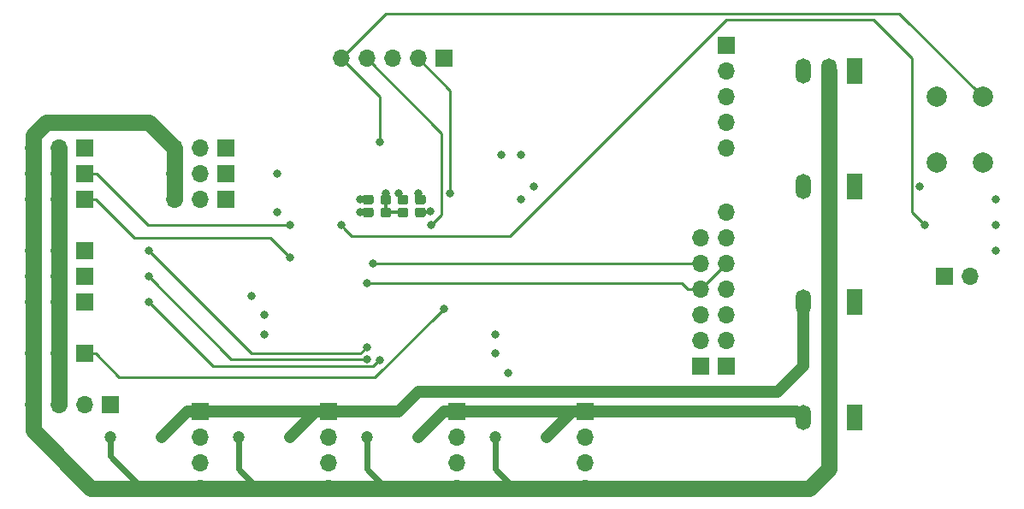
<source format=gbr>
G04 #@! TF.GenerationSoftware,KiCad,Pcbnew,(5.1.4)-1*
G04 #@! TF.CreationDate,2020-02-24T20:22:09+01:00*
G04 #@! TF.ProjectId,stm32_board,73746d33-325f-4626-9f61-72642e6b6963,rev?*
G04 #@! TF.SameCoordinates,Original*
G04 #@! TF.FileFunction,Copper,L4,Bot*
G04 #@! TF.FilePolarity,Positive*
%FSLAX46Y46*%
G04 Gerber Fmt 4.6, Leading zero omitted, Abs format (unit mm)*
G04 Created by KiCad (PCBNEW (5.1.4)-1) date 2020-02-24 20:22:09*
%MOMM*%
%LPD*%
G04 APERTURE LIST*
%ADD10C,0.100000*%
%ADD11C,0.950000*%
%ADD12O,1.700000X1.700000*%
%ADD13R,1.700000X1.700000*%
%ADD14C,2.000000*%
%ADD15O,1.500000X2.500000*%
%ADD16R,1.500000X2.500000*%
%ADD17C,1.200000*%
%ADD18C,0.800000*%
%ADD19C,1.600000*%
%ADD20C,0.600000*%
%ADD21C,0.300000*%
%ADD22C,0.250000*%
%ADD23C,1.200000*%
G04 APERTURE END LIST*
D10*
G36*
X91990779Y-118906144D02*
G01*
X92013834Y-118909563D01*
X92036443Y-118915227D01*
X92058387Y-118923079D01*
X92079457Y-118933044D01*
X92099448Y-118945026D01*
X92118168Y-118958910D01*
X92135438Y-118974562D01*
X92151090Y-118991832D01*
X92164974Y-119010552D01*
X92176956Y-119030543D01*
X92186921Y-119051613D01*
X92194773Y-119073557D01*
X92200437Y-119096166D01*
X92203856Y-119119221D01*
X92205000Y-119142500D01*
X92205000Y-119617500D01*
X92203856Y-119640779D01*
X92200437Y-119663834D01*
X92194773Y-119686443D01*
X92186921Y-119708387D01*
X92176956Y-119729457D01*
X92164974Y-119749448D01*
X92151090Y-119768168D01*
X92135438Y-119785438D01*
X92118168Y-119801090D01*
X92099448Y-119814974D01*
X92079457Y-119826956D01*
X92058387Y-119836921D01*
X92036443Y-119844773D01*
X92013834Y-119850437D01*
X91990779Y-119853856D01*
X91967500Y-119855000D01*
X91392500Y-119855000D01*
X91369221Y-119853856D01*
X91346166Y-119850437D01*
X91323557Y-119844773D01*
X91301613Y-119836921D01*
X91280543Y-119826956D01*
X91260552Y-119814974D01*
X91241832Y-119801090D01*
X91224562Y-119785438D01*
X91208910Y-119768168D01*
X91195026Y-119749448D01*
X91183044Y-119729457D01*
X91173079Y-119708387D01*
X91165227Y-119686443D01*
X91159563Y-119663834D01*
X91156144Y-119640779D01*
X91155000Y-119617500D01*
X91155000Y-119142500D01*
X91156144Y-119119221D01*
X91159563Y-119096166D01*
X91165227Y-119073557D01*
X91173079Y-119051613D01*
X91183044Y-119030543D01*
X91195026Y-119010552D01*
X91208910Y-118991832D01*
X91224562Y-118974562D01*
X91241832Y-118958910D01*
X91260552Y-118945026D01*
X91280543Y-118933044D01*
X91301613Y-118923079D01*
X91323557Y-118915227D01*
X91346166Y-118909563D01*
X91369221Y-118906144D01*
X91392500Y-118905000D01*
X91967500Y-118905000D01*
X91990779Y-118906144D01*
X91990779Y-118906144D01*
G37*
D11*
X91680000Y-119380000D03*
D10*
G36*
X90240779Y-118906144D02*
G01*
X90263834Y-118909563D01*
X90286443Y-118915227D01*
X90308387Y-118923079D01*
X90329457Y-118933044D01*
X90349448Y-118945026D01*
X90368168Y-118958910D01*
X90385438Y-118974562D01*
X90401090Y-118991832D01*
X90414974Y-119010552D01*
X90426956Y-119030543D01*
X90436921Y-119051613D01*
X90444773Y-119073557D01*
X90450437Y-119096166D01*
X90453856Y-119119221D01*
X90455000Y-119142500D01*
X90455000Y-119617500D01*
X90453856Y-119640779D01*
X90450437Y-119663834D01*
X90444773Y-119686443D01*
X90436921Y-119708387D01*
X90426956Y-119729457D01*
X90414974Y-119749448D01*
X90401090Y-119768168D01*
X90385438Y-119785438D01*
X90368168Y-119801090D01*
X90349448Y-119814974D01*
X90329457Y-119826956D01*
X90308387Y-119836921D01*
X90286443Y-119844773D01*
X90263834Y-119850437D01*
X90240779Y-119853856D01*
X90217500Y-119855000D01*
X89642500Y-119855000D01*
X89619221Y-119853856D01*
X89596166Y-119850437D01*
X89573557Y-119844773D01*
X89551613Y-119836921D01*
X89530543Y-119826956D01*
X89510552Y-119814974D01*
X89491832Y-119801090D01*
X89474562Y-119785438D01*
X89458910Y-119768168D01*
X89445026Y-119749448D01*
X89433044Y-119729457D01*
X89423079Y-119708387D01*
X89415227Y-119686443D01*
X89409563Y-119663834D01*
X89406144Y-119640779D01*
X89405000Y-119617500D01*
X89405000Y-119142500D01*
X89406144Y-119119221D01*
X89409563Y-119096166D01*
X89415227Y-119073557D01*
X89423079Y-119051613D01*
X89433044Y-119030543D01*
X89445026Y-119010552D01*
X89458910Y-118991832D01*
X89474562Y-118974562D01*
X89491832Y-118958910D01*
X89510552Y-118945026D01*
X89530543Y-118933044D01*
X89551613Y-118923079D01*
X89573557Y-118915227D01*
X89596166Y-118909563D01*
X89619221Y-118906144D01*
X89642500Y-118905000D01*
X90217500Y-118905000D01*
X90240779Y-118906144D01*
X90240779Y-118906144D01*
G37*
D11*
X89930000Y-119380000D03*
D10*
G36*
X91990779Y-120176144D02*
G01*
X92013834Y-120179563D01*
X92036443Y-120185227D01*
X92058387Y-120193079D01*
X92079457Y-120203044D01*
X92099448Y-120215026D01*
X92118168Y-120228910D01*
X92135438Y-120244562D01*
X92151090Y-120261832D01*
X92164974Y-120280552D01*
X92176956Y-120300543D01*
X92186921Y-120321613D01*
X92194773Y-120343557D01*
X92200437Y-120366166D01*
X92203856Y-120389221D01*
X92205000Y-120412500D01*
X92205000Y-120887500D01*
X92203856Y-120910779D01*
X92200437Y-120933834D01*
X92194773Y-120956443D01*
X92186921Y-120978387D01*
X92176956Y-120999457D01*
X92164974Y-121019448D01*
X92151090Y-121038168D01*
X92135438Y-121055438D01*
X92118168Y-121071090D01*
X92099448Y-121084974D01*
X92079457Y-121096956D01*
X92058387Y-121106921D01*
X92036443Y-121114773D01*
X92013834Y-121120437D01*
X91990779Y-121123856D01*
X91967500Y-121125000D01*
X91392500Y-121125000D01*
X91369221Y-121123856D01*
X91346166Y-121120437D01*
X91323557Y-121114773D01*
X91301613Y-121106921D01*
X91280543Y-121096956D01*
X91260552Y-121084974D01*
X91241832Y-121071090D01*
X91224562Y-121055438D01*
X91208910Y-121038168D01*
X91195026Y-121019448D01*
X91183044Y-120999457D01*
X91173079Y-120978387D01*
X91165227Y-120956443D01*
X91159563Y-120933834D01*
X91156144Y-120910779D01*
X91155000Y-120887500D01*
X91155000Y-120412500D01*
X91156144Y-120389221D01*
X91159563Y-120366166D01*
X91165227Y-120343557D01*
X91173079Y-120321613D01*
X91183044Y-120300543D01*
X91195026Y-120280552D01*
X91208910Y-120261832D01*
X91224562Y-120244562D01*
X91241832Y-120228910D01*
X91260552Y-120215026D01*
X91280543Y-120203044D01*
X91301613Y-120193079D01*
X91323557Y-120185227D01*
X91346166Y-120179563D01*
X91369221Y-120176144D01*
X91392500Y-120175000D01*
X91967500Y-120175000D01*
X91990779Y-120176144D01*
X91990779Y-120176144D01*
G37*
D11*
X91680000Y-120650000D03*
D10*
G36*
X90240779Y-120176144D02*
G01*
X90263834Y-120179563D01*
X90286443Y-120185227D01*
X90308387Y-120193079D01*
X90329457Y-120203044D01*
X90349448Y-120215026D01*
X90368168Y-120228910D01*
X90385438Y-120244562D01*
X90401090Y-120261832D01*
X90414974Y-120280552D01*
X90426956Y-120300543D01*
X90436921Y-120321613D01*
X90444773Y-120343557D01*
X90450437Y-120366166D01*
X90453856Y-120389221D01*
X90455000Y-120412500D01*
X90455000Y-120887500D01*
X90453856Y-120910779D01*
X90450437Y-120933834D01*
X90444773Y-120956443D01*
X90436921Y-120978387D01*
X90426956Y-120999457D01*
X90414974Y-121019448D01*
X90401090Y-121038168D01*
X90385438Y-121055438D01*
X90368168Y-121071090D01*
X90349448Y-121084974D01*
X90329457Y-121096956D01*
X90308387Y-121106921D01*
X90286443Y-121114773D01*
X90263834Y-121120437D01*
X90240779Y-121123856D01*
X90217500Y-121125000D01*
X89642500Y-121125000D01*
X89619221Y-121123856D01*
X89596166Y-121120437D01*
X89573557Y-121114773D01*
X89551613Y-121106921D01*
X89530543Y-121096956D01*
X89510552Y-121084974D01*
X89491832Y-121071090D01*
X89474562Y-121055438D01*
X89458910Y-121038168D01*
X89445026Y-121019448D01*
X89433044Y-120999457D01*
X89423079Y-120978387D01*
X89415227Y-120956443D01*
X89409563Y-120933834D01*
X89406144Y-120910779D01*
X89405000Y-120887500D01*
X89405000Y-120412500D01*
X89406144Y-120389221D01*
X89409563Y-120366166D01*
X89415227Y-120343557D01*
X89423079Y-120321613D01*
X89433044Y-120300543D01*
X89445026Y-120280552D01*
X89458910Y-120261832D01*
X89474562Y-120244562D01*
X89491832Y-120228910D01*
X89510552Y-120215026D01*
X89530543Y-120203044D01*
X89551613Y-120193079D01*
X89573557Y-120185227D01*
X89596166Y-120179563D01*
X89619221Y-120176144D01*
X89642500Y-120175000D01*
X90217500Y-120175000D01*
X90240779Y-120176144D01*
X90240779Y-120176144D01*
G37*
D11*
X89930000Y-120650000D03*
D10*
G36*
X86825779Y-120176144D02*
G01*
X86848834Y-120179563D01*
X86871443Y-120185227D01*
X86893387Y-120193079D01*
X86914457Y-120203044D01*
X86934448Y-120215026D01*
X86953168Y-120228910D01*
X86970438Y-120244562D01*
X86986090Y-120261832D01*
X86999974Y-120280552D01*
X87011956Y-120300543D01*
X87021921Y-120321613D01*
X87029773Y-120343557D01*
X87035437Y-120366166D01*
X87038856Y-120389221D01*
X87040000Y-120412500D01*
X87040000Y-120887500D01*
X87038856Y-120910779D01*
X87035437Y-120933834D01*
X87029773Y-120956443D01*
X87021921Y-120978387D01*
X87011956Y-120999457D01*
X86999974Y-121019448D01*
X86986090Y-121038168D01*
X86970438Y-121055438D01*
X86953168Y-121071090D01*
X86934448Y-121084974D01*
X86914457Y-121096956D01*
X86893387Y-121106921D01*
X86871443Y-121114773D01*
X86848834Y-121120437D01*
X86825779Y-121123856D01*
X86802500Y-121125000D01*
X86227500Y-121125000D01*
X86204221Y-121123856D01*
X86181166Y-121120437D01*
X86158557Y-121114773D01*
X86136613Y-121106921D01*
X86115543Y-121096956D01*
X86095552Y-121084974D01*
X86076832Y-121071090D01*
X86059562Y-121055438D01*
X86043910Y-121038168D01*
X86030026Y-121019448D01*
X86018044Y-120999457D01*
X86008079Y-120978387D01*
X86000227Y-120956443D01*
X85994563Y-120933834D01*
X85991144Y-120910779D01*
X85990000Y-120887500D01*
X85990000Y-120412500D01*
X85991144Y-120389221D01*
X85994563Y-120366166D01*
X86000227Y-120343557D01*
X86008079Y-120321613D01*
X86018044Y-120300543D01*
X86030026Y-120280552D01*
X86043910Y-120261832D01*
X86059562Y-120244562D01*
X86076832Y-120228910D01*
X86095552Y-120215026D01*
X86115543Y-120203044D01*
X86136613Y-120193079D01*
X86158557Y-120185227D01*
X86181166Y-120179563D01*
X86204221Y-120176144D01*
X86227500Y-120175000D01*
X86802500Y-120175000D01*
X86825779Y-120176144D01*
X86825779Y-120176144D01*
G37*
D11*
X86515000Y-120650000D03*
D10*
G36*
X88575779Y-120176144D02*
G01*
X88598834Y-120179563D01*
X88621443Y-120185227D01*
X88643387Y-120193079D01*
X88664457Y-120203044D01*
X88684448Y-120215026D01*
X88703168Y-120228910D01*
X88720438Y-120244562D01*
X88736090Y-120261832D01*
X88749974Y-120280552D01*
X88761956Y-120300543D01*
X88771921Y-120321613D01*
X88779773Y-120343557D01*
X88785437Y-120366166D01*
X88788856Y-120389221D01*
X88790000Y-120412500D01*
X88790000Y-120887500D01*
X88788856Y-120910779D01*
X88785437Y-120933834D01*
X88779773Y-120956443D01*
X88771921Y-120978387D01*
X88761956Y-120999457D01*
X88749974Y-121019448D01*
X88736090Y-121038168D01*
X88720438Y-121055438D01*
X88703168Y-121071090D01*
X88684448Y-121084974D01*
X88664457Y-121096956D01*
X88643387Y-121106921D01*
X88621443Y-121114773D01*
X88598834Y-121120437D01*
X88575779Y-121123856D01*
X88552500Y-121125000D01*
X87977500Y-121125000D01*
X87954221Y-121123856D01*
X87931166Y-121120437D01*
X87908557Y-121114773D01*
X87886613Y-121106921D01*
X87865543Y-121096956D01*
X87845552Y-121084974D01*
X87826832Y-121071090D01*
X87809562Y-121055438D01*
X87793910Y-121038168D01*
X87780026Y-121019448D01*
X87768044Y-120999457D01*
X87758079Y-120978387D01*
X87750227Y-120956443D01*
X87744563Y-120933834D01*
X87741144Y-120910779D01*
X87740000Y-120887500D01*
X87740000Y-120412500D01*
X87741144Y-120389221D01*
X87744563Y-120366166D01*
X87750227Y-120343557D01*
X87758079Y-120321613D01*
X87768044Y-120300543D01*
X87780026Y-120280552D01*
X87793910Y-120261832D01*
X87809562Y-120244562D01*
X87826832Y-120228910D01*
X87845552Y-120215026D01*
X87865543Y-120203044D01*
X87886613Y-120193079D01*
X87908557Y-120185227D01*
X87931166Y-120179563D01*
X87954221Y-120176144D01*
X87977500Y-120175000D01*
X88552500Y-120175000D01*
X88575779Y-120176144D01*
X88575779Y-120176144D01*
G37*
D11*
X88265000Y-120650000D03*
D10*
G36*
X88575779Y-118906144D02*
G01*
X88598834Y-118909563D01*
X88621443Y-118915227D01*
X88643387Y-118923079D01*
X88664457Y-118933044D01*
X88684448Y-118945026D01*
X88703168Y-118958910D01*
X88720438Y-118974562D01*
X88736090Y-118991832D01*
X88749974Y-119010552D01*
X88761956Y-119030543D01*
X88771921Y-119051613D01*
X88779773Y-119073557D01*
X88785437Y-119096166D01*
X88788856Y-119119221D01*
X88790000Y-119142500D01*
X88790000Y-119617500D01*
X88788856Y-119640779D01*
X88785437Y-119663834D01*
X88779773Y-119686443D01*
X88771921Y-119708387D01*
X88761956Y-119729457D01*
X88749974Y-119749448D01*
X88736090Y-119768168D01*
X88720438Y-119785438D01*
X88703168Y-119801090D01*
X88684448Y-119814974D01*
X88664457Y-119826956D01*
X88643387Y-119836921D01*
X88621443Y-119844773D01*
X88598834Y-119850437D01*
X88575779Y-119853856D01*
X88552500Y-119855000D01*
X87977500Y-119855000D01*
X87954221Y-119853856D01*
X87931166Y-119850437D01*
X87908557Y-119844773D01*
X87886613Y-119836921D01*
X87865543Y-119826956D01*
X87845552Y-119814974D01*
X87826832Y-119801090D01*
X87809562Y-119785438D01*
X87793910Y-119768168D01*
X87780026Y-119749448D01*
X87768044Y-119729457D01*
X87758079Y-119708387D01*
X87750227Y-119686443D01*
X87744563Y-119663834D01*
X87741144Y-119640779D01*
X87740000Y-119617500D01*
X87740000Y-119142500D01*
X87741144Y-119119221D01*
X87744563Y-119096166D01*
X87750227Y-119073557D01*
X87758079Y-119051613D01*
X87768044Y-119030543D01*
X87780026Y-119010552D01*
X87793910Y-118991832D01*
X87809562Y-118974562D01*
X87826832Y-118958910D01*
X87845552Y-118945026D01*
X87865543Y-118933044D01*
X87886613Y-118923079D01*
X87908557Y-118915227D01*
X87931166Y-118909563D01*
X87954221Y-118906144D01*
X87977500Y-118905000D01*
X88552500Y-118905000D01*
X88575779Y-118906144D01*
X88575779Y-118906144D01*
G37*
D11*
X88265000Y-119380000D03*
D10*
G36*
X86825779Y-118906144D02*
G01*
X86848834Y-118909563D01*
X86871443Y-118915227D01*
X86893387Y-118923079D01*
X86914457Y-118933044D01*
X86934448Y-118945026D01*
X86953168Y-118958910D01*
X86970438Y-118974562D01*
X86986090Y-118991832D01*
X86999974Y-119010552D01*
X87011956Y-119030543D01*
X87021921Y-119051613D01*
X87029773Y-119073557D01*
X87035437Y-119096166D01*
X87038856Y-119119221D01*
X87040000Y-119142500D01*
X87040000Y-119617500D01*
X87038856Y-119640779D01*
X87035437Y-119663834D01*
X87029773Y-119686443D01*
X87021921Y-119708387D01*
X87011956Y-119729457D01*
X86999974Y-119749448D01*
X86986090Y-119768168D01*
X86970438Y-119785438D01*
X86953168Y-119801090D01*
X86934448Y-119814974D01*
X86914457Y-119826956D01*
X86893387Y-119836921D01*
X86871443Y-119844773D01*
X86848834Y-119850437D01*
X86825779Y-119853856D01*
X86802500Y-119855000D01*
X86227500Y-119855000D01*
X86204221Y-119853856D01*
X86181166Y-119850437D01*
X86158557Y-119844773D01*
X86136613Y-119836921D01*
X86115543Y-119826956D01*
X86095552Y-119814974D01*
X86076832Y-119801090D01*
X86059562Y-119785438D01*
X86043910Y-119768168D01*
X86030026Y-119749448D01*
X86018044Y-119729457D01*
X86008079Y-119708387D01*
X86000227Y-119686443D01*
X85994563Y-119663834D01*
X85991144Y-119640779D01*
X85990000Y-119617500D01*
X85990000Y-119142500D01*
X85991144Y-119119221D01*
X85994563Y-119096166D01*
X86000227Y-119073557D01*
X86008079Y-119051613D01*
X86018044Y-119030543D01*
X86030026Y-119010552D01*
X86043910Y-118991832D01*
X86059562Y-118974562D01*
X86076832Y-118958910D01*
X86095552Y-118945026D01*
X86115543Y-118933044D01*
X86136613Y-118923079D01*
X86158557Y-118915227D01*
X86181166Y-118909563D01*
X86204221Y-118906144D01*
X86227500Y-118905000D01*
X86802500Y-118905000D01*
X86825779Y-118906144D01*
X86825779Y-118906144D01*
G37*
D11*
X86515000Y-119380000D03*
D12*
X53340000Y-114300000D03*
X55880000Y-114300000D03*
D13*
X58420000Y-114300000D03*
X58420000Y-116840000D03*
D12*
X55880000Y-116840000D03*
X53340000Y-116840000D03*
X53340000Y-119380000D03*
X55880000Y-119380000D03*
D13*
X58420000Y-119380000D03*
X58420000Y-124460000D03*
D12*
X55880000Y-124460000D03*
X53340000Y-124460000D03*
X53340000Y-127000000D03*
X55880000Y-127000000D03*
D13*
X58420000Y-127000000D03*
X58420000Y-129540000D03*
D12*
X55880000Y-129540000D03*
X53340000Y-129540000D03*
D13*
X58420000Y-134620000D03*
D12*
X55880000Y-134620000D03*
X53340000Y-134620000D03*
X67310000Y-114300000D03*
X69850000Y-114300000D03*
D13*
X72390000Y-114300000D03*
X72390000Y-116840000D03*
D12*
X69850000Y-116840000D03*
X67310000Y-116840000D03*
X67310000Y-119380000D03*
X69850000Y-119380000D03*
D13*
X72390000Y-119380000D03*
D12*
X121920000Y-114300000D03*
X121920000Y-111760000D03*
X121920000Y-109220000D03*
X121920000Y-106680000D03*
D13*
X121920000Y-104140000D03*
X93980000Y-105410000D03*
D12*
X91440000Y-105410000D03*
X88900000Y-105410000D03*
X86360000Y-105410000D03*
X83820000Y-105410000D03*
D13*
X143510000Y-127000000D03*
D12*
X146050000Y-127000000D03*
D13*
X119380000Y-135890000D03*
D12*
X119380000Y-133350000D03*
X119380000Y-130810000D03*
X119380000Y-128270000D03*
X119380000Y-125730000D03*
X119380000Y-123190000D03*
D13*
X121920000Y-135890000D03*
D12*
X121920000Y-133350000D03*
X121920000Y-130810000D03*
X121920000Y-128270000D03*
X121920000Y-125730000D03*
X121920000Y-123190000D03*
X121920000Y-120650000D03*
D14*
X142820000Y-109220000D03*
X147320000Y-109220000D03*
X142820000Y-115720000D03*
X147320000Y-115720000D03*
D15*
X129540000Y-129540000D03*
X132080000Y-129540000D03*
D16*
X134620000Y-129540000D03*
X134620000Y-140970000D03*
D15*
X132080000Y-140970000D03*
X129540000Y-140970000D03*
X129540000Y-118110000D03*
X132080000Y-118110000D03*
D16*
X134620000Y-118110000D03*
X134620000Y-106680000D03*
D15*
X132080000Y-106680000D03*
X129540000Y-106680000D03*
D13*
X69850000Y-140335000D03*
D12*
X69850000Y-142875000D03*
X69850000Y-145415000D03*
X69850000Y-147955000D03*
X82550000Y-147955000D03*
X82550000Y-145415000D03*
X82550000Y-142875000D03*
D13*
X82550000Y-140335000D03*
X107950000Y-140335000D03*
D12*
X107950000Y-142875000D03*
X107950000Y-145415000D03*
X107950000Y-147955000D03*
X95250000Y-147955000D03*
X95250000Y-145415000D03*
X95250000Y-142875000D03*
D13*
X95250000Y-140335000D03*
X60960000Y-139700000D03*
D12*
X58420000Y-139700000D03*
X55880000Y-139700000D03*
X53340000Y-139700000D03*
D17*
X73660000Y-142875000D03*
X60960000Y-142875000D03*
X86360000Y-142875000D03*
X99060000Y-142875000D03*
D18*
X148590000Y-119380000D03*
X148590000Y-121920000D03*
X148590000Y-124460000D03*
X74930000Y-128905000D03*
X76200000Y-130810000D03*
X101600000Y-114935000D03*
X88265000Y-118745000D03*
X91440000Y-118745000D03*
X77470000Y-116840000D03*
X99060000Y-134620000D03*
X102870000Y-118110000D03*
X101600000Y-119380000D03*
X100330000Y-136525000D03*
X87630000Y-113665000D03*
X141605000Y-121920000D03*
X83820014Y-121920000D03*
X76200000Y-132715000D03*
X99695000Y-114935000D03*
X85725000Y-119380000D03*
X85725000Y-120650000D03*
X89535000Y-118745000D03*
X77470000Y-120650000D03*
X99060000Y-132715000D03*
X92637885Y-120577885D03*
X141060010Y-118110000D03*
X78740000Y-121920000D03*
X78740000Y-125095000D03*
X93980000Y-130175000D03*
X94614994Y-118745000D03*
X92710018Y-121920000D03*
X86360000Y-127635000D03*
X86995000Y-125730006D03*
X64770000Y-124460000D03*
X86360000Y-133985000D03*
X64770000Y-127000000D03*
X86360000Y-135164990D03*
X64770000Y-129540000D03*
X87654527Y-135276337D03*
D17*
X78740000Y-142875000D03*
X66040000Y-142875000D03*
X91440000Y-142875000D03*
X104140000Y-142875000D03*
D19*
X53340000Y-139700000D02*
X53340000Y-142240000D01*
X53340000Y-142240000D02*
X59055000Y-147955000D01*
D20*
X60960000Y-144780000D02*
X64135000Y-147955000D01*
X60960000Y-142875000D02*
X60960000Y-144780000D01*
D19*
X59055000Y-147955000D02*
X64135000Y-147955000D01*
X64135000Y-147955000D02*
X69850000Y-147955000D01*
D20*
X73660000Y-146050000D02*
X75565000Y-147955000D01*
X73660000Y-142875000D02*
X73660000Y-146050000D01*
D19*
X69850000Y-147955000D02*
X75565000Y-147955000D01*
X75565000Y-147955000D02*
X82550000Y-147955000D01*
D20*
X86360000Y-146050000D02*
X88265000Y-147955000D01*
X86360000Y-142875000D02*
X86360000Y-146050000D01*
D19*
X82550000Y-147955000D02*
X88265000Y-147955000D01*
X88265000Y-147955000D02*
X95250000Y-147955000D01*
D20*
X99060000Y-146050000D02*
X100965000Y-147955000D01*
X99060000Y-142875000D02*
X99060000Y-146050000D01*
D19*
X95250000Y-147955000D02*
X100965000Y-147955000D01*
X100965000Y-147955000D02*
X107950000Y-147955000D01*
X67310000Y-119380000D02*
X67310000Y-116840000D01*
X67310000Y-116840000D02*
X67310000Y-114300000D01*
X53340000Y-113030000D02*
X53340000Y-114300000D01*
X54610000Y-111760000D02*
X53340000Y-113030000D01*
X67310000Y-114300000D02*
X64770000Y-111760000D01*
X64770000Y-111760000D02*
X54610000Y-111760000D01*
X132080000Y-146050000D02*
X132080000Y-140970000D01*
X107950000Y-147955000D02*
X130175000Y-147955000D01*
X130175000Y-147955000D02*
X132080000Y-146050000D01*
D21*
X88265000Y-120650000D02*
X88265000Y-118745000D01*
X91440000Y-119140000D02*
X91680000Y-119380000D01*
X91440000Y-118745000D02*
X91440000Y-119140000D01*
X89930000Y-120650000D02*
X88265000Y-120650000D01*
D19*
X53340000Y-114300000D02*
X53340000Y-139700000D01*
X132080000Y-140970000D02*
X132080000Y-129540000D01*
X132080000Y-129540000D02*
X132080000Y-118110000D01*
X132080000Y-118110000D02*
X132080000Y-106680000D01*
D22*
X87630000Y-109220000D02*
X83820000Y-105410000D01*
X87630000Y-113665000D02*
X87630000Y-109220000D01*
X84669999Y-104560001D02*
X83820000Y-105410000D01*
X88265000Y-100965000D02*
X84669999Y-104560001D01*
X147320000Y-109220000D02*
X139065000Y-100965000D01*
X139065000Y-100965000D02*
X88265000Y-100965000D01*
X136525000Y-101600000D02*
X121920000Y-101600000D01*
X141605000Y-121920000D02*
X140335000Y-120650000D01*
X84855013Y-122954999D02*
X84220013Y-122319999D01*
X84220013Y-122319999D02*
X83820014Y-121920000D01*
X100565001Y-122954999D02*
X84855013Y-122954999D01*
X121920000Y-101600000D02*
X100565001Y-122954999D01*
X140335000Y-105410000D02*
X136525000Y-101600000D01*
X140335000Y-120650000D02*
X140335000Y-105410000D01*
D21*
X86515000Y-119380000D02*
X85725000Y-119380000D01*
X86515000Y-120650000D02*
X85725000Y-120650000D01*
X89535000Y-118985000D02*
X89930000Y-119380000D01*
X89535000Y-118745000D02*
X89535000Y-118985000D01*
X92565770Y-120650000D02*
X92637885Y-120577885D01*
X91680000Y-120650000D02*
X92565770Y-120650000D01*
D19*
X55880000Y-130500002D02*
X55880000Y-139700000D01*
X55880000Y-114300000D02*
X55880000Y-130500002D01*
D22*
X75565000Y-121920000D02*
X78740000Y-121920000D01*
X64685000Y-121920000D02*
X75565000Y-121920000D01*
X58420000Y-116840000D02*
X59605000Y-116840000D01*
X59605000Y-116840000D02*
X64685000Y-121920000D01*
X78740000Y-125095000D02*
X76835000Y-123190000D01*
X59520000Y-119380000D02*
X58420000Y-119380000D01*
X63330000Y-123190000D02*
X59520000Y-119380000D01*
X76835000Y-123190000D02*
X63330000Y-123190000D01*
X59520000Y-134620000D02*
X61875011Y-136975011D01*
X58420000Y-134620000D02*
X59520000Y-134620000D01*
X93580001Y-130574999D02*
X93980000Y-130175000D01*
X87179989Y-136975011D02*
X93580001Y-130574999D01*
X61875011Y-136975011D02*
X87179989Y-136975011D01*
X91440000Y-105410000D02*
X94614994Y-108584994D01*
X94614994Y-118179315D02*
X94614994Y-118745000D01*
X94614994Y-108584994D02*
X94614994Y-118179315D01*
X93744999Y-120885019D02*
X93110017Y-121520001D01*
X93110017Y-121520001D02*
X92710018Y-121920000D01*
X93744999Y-112794999D02*
X93744999Y-120885019D01*
X86360000Y-105410000D02*
X93744999Y-112794999D01*
X120229999Y-127420001D02*
X121920000Y-125730000D01*
X119380000Y-128270000D02*
X120229999Y-127420001D01*
X117542919Y-127635000D02*
X86925685Y-127635000D01*
X119380000Y-128270000D02*
X118177919Y-128270000D01*
X118177919Y-128270000D02*
X117542919Y-127635000D01*
X86925685Y-127635000D02*
X86360000Y-127635000D01*
X86995006Y-125730000D02*
X86995000Y-125730006D01*
X119380000Y-125730000D02*
X86995006Y-125730000D01*
X74930000Y-134620000D02*
X64770000Y-124460000D01*
X86360000Y-133985000D02*
X85725000Y-134620000D01*
X85725000Y-134620000D02*
X74930000Y-134620000D01*
X64770000Y-127000000D02*
X72934990Y-135164990D01*
X72934990Y-135164990D02*
X85794315Y-135164990D01*
X85794315Y-135164990D02*
X86360000Y-135164990D01*
X87608664Y-135276337D02*
X87654527Y-135276337D01*
X86995001Y-135890000D02*
X87608664Y-135276337D01*
X71120000Y-135890000D02*
X86995001Y-135890000D01*
X64770000Y-129540000D02*
X71120000Y-135890000D01*
D23*
X81280000Y-140335000D02*
X78740000Y-142875000D01*
X82550000Y-140335000D02*
X81280000Y-140335000D01*
X68580000Y-140335000D02*
X66040000Y-142875000D01*
X69850000Y-140335000D02*
X68580000Y-140335000D01*
X71900000Y-140335000D02*
X82550000Y-140335000D01*
X69850000Y-140335000D02*
X71900000Y-140335000D01*
X89535000Y-140335000D02*
X82550000Y-140335000D01*
X91440000Y-138430000D02*
X89535000Y-140335000D01*
X127000000Y-138430000D02*
X91440000Y-138430000D01*
X129540000Y-129540000D02*
X129540000Y-135890000D01*
X129540000Y-135890000D02*
X127000000Y-138430000D01*
X93980000Y-140335000D02*
X91440000Y-142875000D01*
X95250000Y-140335000D02*
X93980000Y-140335000D01*
X106680000Y-140335000D02*
X104140000Y-142875000D01*
X107950000Y-140335000D02*
X106680000Y-140335000D01*
X97300000Y-140335000D02*
X107950000Y-140335000D01*
X95250000Y-140335000D02*
X97300000Y-140335000D01*
X128905000Y-140335000D02*
X129540000Y-140970000D01*
X107950000Y-140335000D02*
X128905000Y-140335000D01*
M02*

</source>
